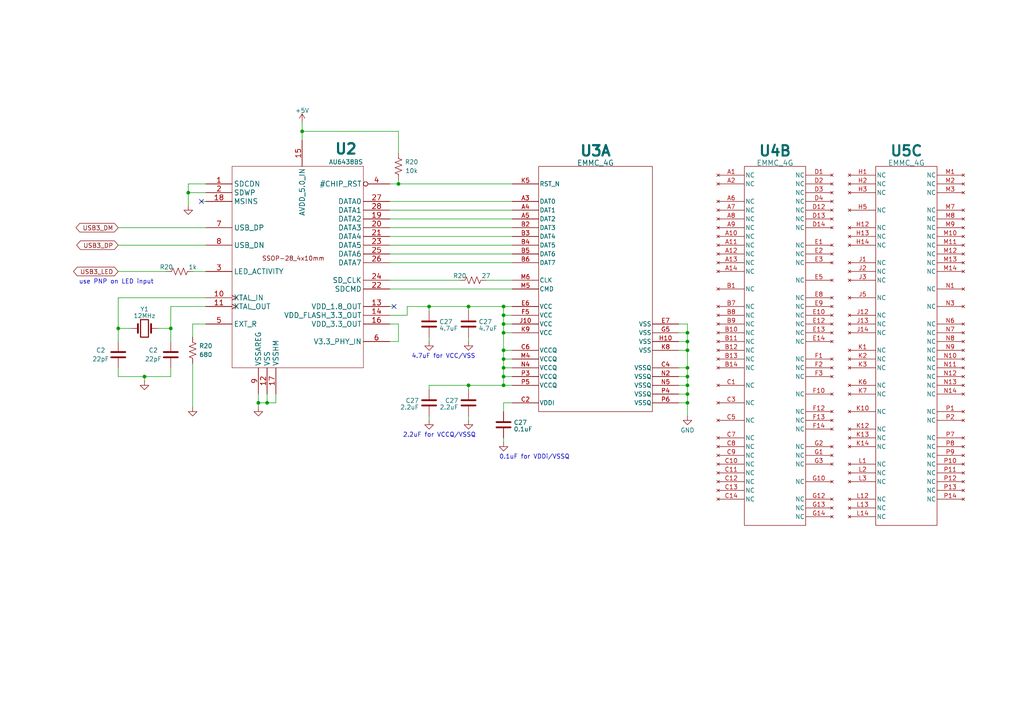
<source format=kicad_sch>
(kicad_sch (version 20230121) (generator eeschema)
  (paper "A4")
  (lib_symbols
    (symbol "Device:C" (pin_numbers hide) (pin_names (offset 0.254))
      (property "Reference" "C" (at 0.635 2.54 0))
      (property "Value" "C" (at 0.635 -2.54 0))
      (symbol "C_0_1"
        (polyline (pts (xy -2.032 -0.762) (xy 2.032 -0.762)) (stroke (width 0.508)))
        (polyline (pts (xy -2.032 0.762) (xy 2.032 0.762)) (stroke (width 0.508)))
      )
      (symbol "C_1_1"
        (pin passive line (at 0 3.81 270) (length 2.794) (name "~") (number "1"))
        (pin passive line (at 0 -3.81 90) (length 2.794) (name "~") (number "2"))
      )
    )
    (symbol "Device:Crystal" (pin_numbers hide) (pin_names (offset 1.016) hide)
      (property "Reference" "Y" (at 0 3.81 0))
      (property "Value" "Crystal" (at 0 -3.81 0))
      (symbol "Crystal_0_1"
        (rectangle (start -1.143 2.54) (end 1.143 -2.54) (stroke (width 0.3048)))
        (polyline (pts (xy -2.54 0) (xy -1.905 0)))
        (polyline (pts (xy -1.905 -1.27) (xy -1.905 1.27)) (stroke (width 0.508)))
        (polyline (pts (xy 1.905 -1.27) (xy 1.905 1.27)) (stroke (width 0.508)))
        (polyline (pts (xy 2.54 0) (xy 1.905 0)))
      )
      (symbol "Crystal_1_1"
        (pin passive line (at -3.81 0 0) (length 1.27) (name "1") (number "1"))
        (pin passive line (at 3.81 0 180) (length 1.27) (name "2") (number "2"))
      )
    )
    (symbol "Device:R_US" (pin_numbers hide) (pin_names (offset 0))
      (property "Reference" "R" (at 2.54 0 90))
      (property "Value" "R_US" (at -2.54 0 90))
      (symbol "R_US_0_1"
        (polyline (pts (xy 0 -2.286) (xy 0 -2.54)))
        (polyline (pts (xy 0 2.286) (xy 0 2.54)))
        (polyline (pts (xy 0 -0.762) (xy 1.016 -1.143) (xy 0 -1.524) (xy -1.016 -1.905) (xy 0 -2.286)))
        (polyline (pts (xy 0 0.762) (xy 1.016 0.381) (xy 0 0) (xy -1.016 -0.381) (xy 0 -0.762)))
        (polyline (pts (xy 0 2.286) (xy 1.016 1.905) (xy 0 1.524) (xy -1.016 1.143) (xy 0 0.762)))
      )
      (symbol "R_US_1_1"
        (pin passive line (at 0 3.81 270) (length 1.27) (name "~") (number "1"))
        (pin passive line (at 0 -3.81 90) (length 1.27) (name "~") (number "2"))
      )
    )
    (symbol "html_accel_Symbols:AU6438BS"
      (property "Reference" "U" (at 33.02 5.08 0))
      (property "Value" "AU6438BS" (at 33.02 1.27 0))
      (symbol "AU6438BS_0_1"
        (text "SSOP-28_4x10mm" (at 17.78 -26.67 0) (effects (font (size 1.27 1.27))))
      )
      (symbol "AU6438BS_1_1"
        (polyline (pts (xy 0 -58.42) (xy 38.1 -58.42)) (stroke (width 0.127)))
        (polyline (pts (xy 0 0) (xy 0 -58.42)) (stroke (width 0.127)))
        (polyline (pts (xy 38.1 -58.42) (xy 38.1 0)) (stroke (width 0.127)))
        (polyline (pts (xy 38.1 0) (xy 0 0)) (stroke (width 0.127)))
        (pin bidirectional line (at -7.62 -5.08 0) (length 7.62) (name "SDCDN") (number "1"))
        (pin input clock (at -7.62 -38.1 0) (length 7.62) (name "XTAL_IN") (number "10"))
        (pin input clock (at -7.62 -40.64 0) (length 7.62) (name "XTAL_OUT") (number "11"))
        (pin power_in line (at 10.16 -66.04 90) (length 7.62) (name "VSS") (number "12"))
        (pin power_out line (at 45.72 -40.64 180) (length 7.62) (name "VDD_1.8_OUT") (number "13"))
        (pin power_out line (at 45.72 -43.18 180) (length 7.62) (name "VDD_FLASH_3.3_OUT") (number "14"))
        (pin power_in line (at 20.32 7.62 270) (length 7.62) (name "AVDD_5.0_IN") (number "15"))
        (pin power_out line (at 45.72 -45.72 180) (length 7.62) (name "VDD_3.3_OUT") (number "16"))
        (pin power_in line (at 12.7 -66.04 90) (length 7.62) (name "VSSHM") (number "17"))
        (pin bidirectional line (at -7.62 -10.16 0) (length 7.62) (name "MSINS") (number "18"))
        (pin bidirectional line (at 45.72 -15.24 180) (length 7.62) (name "DATA2") (number "19"))
        (pin bidirectional line (at -7.62 -7.62 0) (length 7.62) (name "SDWP") (number "2"))
        (pin bidirectional line (at 45.72 -17.78 180) (length 7.62) (name "DATA3") (number "20"))
        (pin bidirectional line (at 45.72 -20.32 180) (length 7.62) (name "DATA4") (number "21"))
        (pin bidirectional line (at 45.72 -35.56 180) (length 7.62) (name "SDCMD") (number "22"))
        (pin bidirectional line (at 45.72 -22.86 180) (length 7.62) (name "DATA5") (number "23"))
        (pin bidirectional line (at 45.72 -33.02 180) (length 7.62) (name "SD_CLK") (number "24"))
        (pin bidirectional line (at 45.72 -25.4 180) (length 7.62) (name "DATA6") (number "25"))
        (pin bidirectional line (at 45.72 -27.94 180) (length 7.62) (name "DATA7") (number "26"))
        (pin bidirectional line (at 45.72 -10.16 180) (length 7.62) (name "DATA0") (number "27"))
        (pin bidirectional line (at 45.72 -12.7 180) (length 7.62) (name "DATA1") (number "28"))
        (pin output line (at -7.62 -30.48 0) (length 7.62) (name "LED_ACTIVITY") (number "3"))
        (pin input inverted (at 45.72 -5.08 180) (length 7.62) (name "#CHIP_RST") (number "4"))
        (pin input line (at -7.62 -45.72 0) (length 7.62) (name "EXT_R") (number "5"))
        (pin power_in line (at 45.72 -50.8 180) (length 7.62) (name "V3.3_PHY_IN") (number "6"))
        (pin bidirectional line (at -7.62 -17.78 0) (length 7.62) (name "USB_DP") (number "7"))
        (pin bidirectional line (at -7.62 -22.86 0) (length 7.62) (name "USB_DN") (number "8"))
        (pin power_in line (at 7.62 -66.04 90) (length 7.62) (name "VSSAREG") (number "9"))
      )
    )
    (symbol "html_accel_Symbols:EMMC_4G" (pin_names (offset 0.254))
      (property "Reference" "U" (at 15.24 12.7 0))
      (property "Value" "EMMC_4G" (at 17.78 7.62 0))
      (symbol "EMMC_4G_1_1"
        (rectangle (start 7.62 5.08) (end 40.64 -66.04))
        (pin bidirectional line (at 0 -5.08 0) (length 7.62) (name "DAT0") (number "A3"))
        (pin bidirectional line (at 0 -7.62 0) (length 7.62) (name "DAT1") (number "A4"))
        (pin bidirectional line (at 0 -10.16 0) (length 7.62) (name "DAT2") (number "A5"))
        (pin bidirectional line (at 0 -12.7 0) (length 7.62) (name "DAT3") (number "B2"))
        (pin bidirectional line (at 0 -15.24 0) (length 7.62) (name "DAT4") (number "B3"))
        (pin bidirectional line (at 0 -17.78 0) (length 7.62) (name "DAT5") (number "B4"))
        (pin bidirectional line (at 0 -20.32 0) (length 7.62) (name "DAT6") (number "B5"))
        (pin bidirectional line (at 0 -22.86 0) (length 7.62) (name "DAT7") (number "B6"))
        (pin power_out line (at 0 -63.5 0) (length 7.62) (name "VDDI") (number "C2"))
        (pin power_in line (at 48.26 -53.34 180) (length 7.62) (name "VSSQ") (number "C4"))
        (pin power_in line (at 0 -48.26 0) (length 7.62) (name "VCCQ") (number "C6"))
        (pin power_in line (at 0 -35.56 0) (length 7.62) (name "VCC") (number "E6"))
        (pin power_in line (at 48.26 -40.64 180) (length 7.62) (name "VSS") (number "E7"))
        (pin power_in line (at 0 -38.1 0) (length 7.62) (name "VCC") (number "F5"))
        (pin power_in line (at 48.26 -43.18 180) (length 7.62) (name "VSS") (number "G5"))
        (pin power_in line (at 48.26 -45.72 180) (length 7.62) (name "VSS") (number "H10"))
        (pin power_in line (at 0 -40.64 0) (length 7.62) (name "VCC") (number "J10"))
        (pin bidirectional line (at 0 0 0) (length 7.62) (name "RST_N") (number "K5"))
        (pin power_in line (at 48.26 -48.26 180) (length 7.62) (name "VSS") (number "K8"))
        (pin power_in line (at 0 -43.18 0) (length 7.62) (name "VCC") (number "K9"))
        (pin power_in line (at 0 -50.8 0) (length 7.62) (name "VCCQ") (number "M4"))
        (pin bidirectional line (at 0 -30.48 0) (length 7.62) (name "CMD") (number "M5"))
        (pin input line (at 0 -27.94 0) (length 7.62) (name "CLK") (number "M6"))
        (pin power_in line (at 48.26 -55.88 180) (length 7.62) (name "VSSQ") (number "N2"))
        (pin power_in line (at 0 -53.34 0) (length 7.62) (name "VCCQ") (number "N4"))
        (pin power_in line (at 48.26 -58.42 180) (length 7.62) (name "VSSQ") (number "N5"))
        (pin power_in line (at 0 -55.88 0) (length 7.62) (name "VCCQ") (number "P3"))
        (pin power_in line (at 48.26 -60.96 180) (length 7.62) (name "VSSQ") (number "P4"))
        (pin power_in line (at 0 -58.42 0) (length 7.62) (name "VCCQ") (number "P5"))
        (pin power_in line (at 48.26 -63.5 180) (length 7.62) (name "VSSQ") (number "P6"))
      )
      (symbol "EMMC_4G_2_1"
        (rectangle (start 7.62 5.08) (end 25.4 -99.06))
        (pin no_connect line (at 0 2.54 0) (length 7.62) (name "NC") (number "A1"))
        (pin no_connect line (at 0 -15.24 0) (length 7.62) (name "NC") (number "A10"))
        (pin no_connect line (at 0 -17.78 0) (length 7.62) (name "NC") (number "A11"))
        (pin no_connect line (at 0 -20.32 0) (length 7.62) (name "NC") (number "A12"))
        (pin no_connect line (at 0 -22.86 0) (length 7.62) (name "NC") (number "A13"))
        (pin no_connect line (at 0 -25.4 0) (length 7.62) (name "NC") (number "A14"))
        (pin no_connect line (at 0 0 0) (length 7.62) (name "NC") (number "A2"))
        (pin no_connect line (at 0 -5.08 0) (length 7.62) (name "NC") (number "A6"))
        (pin no_connect line (at 0 -7.62 0) (length 7.62) (name "NC") (number "A7"))
        (pin no_connect line (at 0 -10.16 0) (length 7.62) (name "NC") (number "A8"))
        (pin no_connect line (at 0 -12.7 0) (length 7.62) (name "NC") (number "A9"))
        (pin no_connect line (at 0 -30.48 0) (length 7.62) (name "NC") (number "B1"))
        (pin no_connect line (at 0 -43.18 0) (length 7.62) (name "NC") (number "B10"))
        (pin no_connect line (at 0 -45.72 0) (length 7.62) (name "NC") (number "B11"))
        (pin no_connect line (at 0 -48.26 0) (length 7.62) (name "NC") (number "B12"))
        (pin no_connect line (at 0 -50.8 0) (length 7.62) (name "NC") (number "B13"))
        (pin no_connect line (at 0 -53.34 0) (length 7.62) (name "NC") (number "B14"))
        (pin no_connect line (at 0 -35.56 0) (length 7.62) (name "NC") (number "B7"))
        (pin no_connect line (at 0 -38.1 0) (length 7.62) (name "NC") (number "B8"))
        (pin no_connect line (at 0 -40.64 0) (length 7.62) (name "NC") (number "B9"))
        (pin no_connect line (at 0 -58.42 0) (length 7.62) (name "NC") (number "C1"))
        (pin no_connect line (at 0 -81.28 0) (length 7.62) (name "NC") (number "C10"))
        (pin no_connect line (at 0 -83.82 0) (length 7.62) (name "NC") (number "C11"))
        (pin no_connect line (at 0 -86.36 0) (length 7.62) (name "NC") (number "C12"))
        (pin no_connect line (at 0 -88.9 0) (length 7.62) (name "NC") (number "C13"))
        (pin no_connect line (at 0 -91.44 0) (length 7.62) (name "NC") (number "C14"))
        (pin no_connect line (at 0 -63.5 0) (length 7.62) (name "NC") (number "C3"))
        (pin no_connect line (at 0 -68.58 0) (length 7.62) (name "NC") (number "C5"))
        (pin no_connect line (at 0 -73.66 0) (length 7.62) (name "NC") (number "C7"))
        (pin no_connect line (at 0 -76.2 0) (length 7.62) (name "NC") (number "C8"))
        (pin no_connect line (at 0 -78.74 0) (length 7.62) (name "NC") (number "C9"))
        (pin no_connect line (at 33.02 2.54 180) (length 7.62) (name "NC") (number "D1"))
        (pin no_connect line (at 33.02 -7.62 180) (length 7.62) (name "NC") (number "D12"))
        (pin no_connect line (at 33.02 -10.16 180) (length 7.62) (name "NC") (number "D13"))
        (pin no_connect line (at 33.02 -12.7 180) (length 7.62) (name "NC") (number "D14"))
        (pin no_connect line (at 33.02 0 180) (length 7.62) (name "NC") (number "D2"))
        (pin no_connect line (at 33.02 -2.54 180) (length 7.62) (name "NC") (number "D3"))
        (pin no_connect line (at 33.02 -5.08 180) (length 7.62) (name "NC") (number "D4"))
        (pin no_connect line (at 33.02 -17.78 180) (length 7.62) (name "NC") (number "E1"))
        (pin no_connect line (at 33.02 -38.1 180) (length 7.62) (name "NC") (number "E10"))
        (pin no_connect line (at 33.02 -40.64 180) (length 7.62) (name "NC") (number "E12"))
        (pin no_connect line (at 33.02 -43.18 180) (length 7.62) (name "NC") (number "E13"))
        (pin no_connect line (at 33.02 -45.72 180) (length 7.62) (name "NC") (number "E14"))
        (pin no_connect line (at 33.02 -20.32 180) (length 7.62) (name "NC") (number "E2"))
        (pin no_connect line (at 33.02 -22.86 180) (length 7.62) (name "NC") (number "E3"))
        (pin no_connect line (at 33.02 -27.94 180) (length 7.62) (name "NC") (number "E5"))
        (pin no_connect line (at 33.02 -33.02 180) (length 7.62) (name "NC") (number "E8"))
        (pin no_connect line (at 33.02 -35.56 180) (length 7.62) (name "NC") (number "E9"))
        (pin no_connect line (at 33.02 -50.8 180) (length 7.62) (name "NC") (number "F1"))
        (pin no_connect line (at 33.02 -60.96 180) (length 7.62) (name "NC") (number "F10"))
        (pin no_connect line (at 33.02 -66.04 180) (length 7.62) (name "NC") (number "F12"))
        (pin no_connect line (at 33.02 -68.58 180) (length 7.62) (name "NC") (number "F13"))
        (pin no_connect line (at 33.02 -71.12 180) (length 7.62) (name "NC") (number "F14"))
        (pin no_connect line (at 33.02 -53.34 180) (length 7.62) (name "NC") (number "F2"))
        (pin no_connect line (at 33.02 -55.88 180) (length 7.62) (name "NC") (number "F3"))
        (pin no_connect line (at 33.02 -78.74 180) (length 7.62) (name "NC") (number "G1"))
        (pin no_connect line (at 33.02 -86.36 180) (length 7.62) (name "NC") (number "G10"))
        (pin no_connect line (at 33.02 -91.44 180) (length 7.62) (name "NC") (number "G12"))
        (pin no_connect line (at 33.02 -93.98 180) (length 7.62) (name "NC") (number "G13"))
        (pin no_connect line (at 33.02 -96.52 180) (length 7.62) (name "NC") (number "G14"))
        (pin no_connect line (at 33.02 -76.2 180) (length 7.62) (name "NC") (number "G2"))
        (pin no_connect line (at 33.02 -81.28 180) (length 7.62) (name "NC") (number "G3"))
      )
      (symbol "EMMC_4G_3_1"
        (rectangle (start 7.62 5.08) (end 25.4 -99.06))
        (pin no_connect line (at 0 2.54 0) (length 7.62) (name "NC") (number "H1"))
        (pin no_connect line (at 0 -12.7 0) (length 7.62) (name "NC") (number "H12"))
        (pin no_connect line (at 0 -15.24 0) (length 7.62) (name "NC") (number "H13"))
        (pin no_connect line (at 0 -17.78 0) (length 7.62) (name "NC") (number "H14"))
        (pin no_connect line (at 0 0 0) (length 7.62) (name "NC") (number "H2"))
        (pin no_connect line (at 0 -2.54 0) (length 7.62) (name "NC") (number "H3"))
        (pin no_connect line (at 0 -7.62 0) (length 7.62) (name "NC") (number "H5"))
        (pin no_connect line (at 0 -22.86 0) (length 7.62) (name "NC") (number "J1"))
        (pin no_connect line (at 0 -38.1 0) (length 7.62) (name "NC") (number "J12"))
        (pin no_connect line (at 0 -40.64 0) (length 7.62) (name "NC") (number "J13"))
        (pin no_connect line (at 0 -43.18 0) (length 7.62) (name "NC") (number "J14"))
        (pin no_connect line (at 0 -25.4 0) (length 7.62) (name "NC") (number "J2"))
        (pin no_connect line (at 0 -27.94 0) (length 7.62) (name "NC") (number "J3"))
        (pin no_connect line (at 0 -33.02 0) (length 7.62) (name "NC") (number "J5"))
        (pin no_connect line (at 0 -48.26 0) (length 7.62) (name "NC") (number "K1"))
        (pin no_connect line (at 0 -66.04 0) (length 7.62) (name "NC") (number "K10"))
        (pin no_connect line (at 0 -71.12 0) (length 7.62) (name "NC") (number "K12"))
        (pin no_connect line (at 0 -73.66 0) (length 7.62) (name "NC") (number "K13"))
        (pin no_connect line (at 0 -76.2 0) (length 7.62) (name "NC") (number "K14"))
        (pin no_connect line (at 0 -50.8 0) (length 7.62) (name "NC") (number "K2"))
        (pin no_connect line (at 0 -53.34 0) (length 7.62) (name "NC") (number "K3"))
        (pin no_connect line (at 0 -58.42 0) (length 7.62) (name "NC") (number "K6"))
        (pin no_connect line (at 0 -60.96 0) (length 7.62) (name "NC") (number "K7"))
        (pin no_connect line (at 0 -81.28 0) (length 7.62) (name "NC") (number "L1"))
        (pin no_connect line (at 0 -91.44 0) (length 7.62) (name "NC") (number "L12"))
        (pin no_connect line (at 0 -93.98 0) (length 7.62) (name "NC") (number "L13"))
        (pin no_connect line (at 0 -96.52 0) (length 7.62) (name "NC") (number "L14"))
        (pin no_connect line (at 0 -83.82 0) (length 7.62) (name "NC") (number "L2"))
        (pin no_connect line (at 0 -86.36 0) (length 7.62) (name "NC") (number "L3"))
        (pin no_connect line (at 33.02 2.54 180) (length 7.62) (name "NC") (number "M1"))
        (pin no_connect line (at 33.02 -15.24 180) (length 7.62) (name "NC") (number "M10"))
        (pin no_connect line (at 33.02 -17.78 180) (length 7.62) (name "NC") (number "M11"))
        (pin no_connect line (at 33.02 -20.32 180) (length 7.62) (name "NC") (number "M12"))
        (pin no_connect line (at 33.02 -22.86 180) (length 7.62) (name "NC") (number "M13"))
        (pin no_connect line (at 33.02 -25.4 180) (length 7.62) (name "NC") (number "M14"))
        (pin no_connect line (at 33.02 0 180) (length 7.62) (name "NC") (number "M2"))
        (pin no_connect line (at 33.02 -2.54 180) (length 7.62) (name "NC") (number "M3"))
        (pin no_connect line (at 33.02 -7.62 180) (length 7.62) (name "NC") (number "M7"))
        (pin no_connect line (at 33.02 -10.16 180) (length 7.62) (name "NC") (number "M8"))
        (pin no_connect line (at 33.02 -12.7 180) (length 7.62) (name "NC") (number "M9"))
        (pin no_connect line (at 33.02 -30.48 180) (length 7.62) (name "NC") (number "N1"))
        (pin no_connect line (at 33.02 -50.8 180) (length 7.62) (name "NC") (number "N10"))
        (pin no_connect line (at 33.02 -53.34 180) (length 7.62) (name "NC") (number "N11"))
        (pin no_connect line (at 33.02 -55.88 180) (length 7.62) (name "NC") (number "N12"))
        (pin no_connect line (at 33.02 -58.42 180) (length 7.62) (name "NC") (number "N13"))
        (pin no_connect line (at 33.02 -60.96 180) (length 7.62) (name "NC") (number "N14"))
        (pin no_connect line (at 33.02 -35.56 180) (length 7.62) (name "NC") (number "N3"))
        (pin no_connect line (at 33.02 -40.64 180) (length 7.62) (name "NC") (number "N6"))
        (pin no_connect line (at 33.02 -43.18 180) (length 7.62) (name "NC") (number "N7"))
        (pin no_connect line (at 33.02 -45.72 180) (length 7.62) (name "NC") (number "N8"))
        (pin no_connect line (at 33.02 -48.26 180) (length 7.62) (name "NC") (number "N9"))
        (pin no_connect line (at 33.02 -66.04 180) (length 7.62) (name "NC") (number "P1"))
        (pin no_connect line (at 33.02 -81.28 180) (length 7.62) (name "NC") (number "P10"))
        (pin no_connect line (at 33.02 -83.82 180) (length 7.62) (name "NC") (number "P11"))
        (pin no_connect line (at 33.02 -86.36 180) (length 7.62) (name "NC") (number "P12"))
        (pin no_connect line (at 33.02 -88.9 180) (length 7.62) (name "NC") (number "P13"))
        (pin no_connect line (at 33.02 -91.44 180) (length 7.62) (name "NC") (number "P14"))
        (pin no_connect line (at 33.02 -68.58 180) (length 7.62) (name "NC") (number "P2"))
        (pin no_connect line (at 33.02 -73.66 180) (length 7.62) (name "NC") (number "P7"))
        (pin no_connect line (at 33.02 -76.2 180) (length 7.62) (name "NC") (number "P8"))
        (pin no_connect line (at 33.02 -78.74 180) (length 7.62) (name "NC") (number "P9"))
      )
    )
    (symbol "power:+5V" (power) (pin_names (offset 0))
      (property "Value" "+5V" (at 0 3.556 0))
      (symbol "+5V_0_1"
        (polyline (pts (xy -0.762 1.27) (xy 0 2.54)))
        (polyline (pts (xy 0 0) (xy 0 2.54)))
        (polyline (pts (xy 0 2.54) (xy 0.762 1.27)))
      )
      (symbol "+5V_1_1"
        (pin power_in line (at 0 0 90) (length 0) hide (name "+5V") (number "1"))
      )
    )
    (symbol "power:GND" (power) (pin_names (offset 0))
      (property "Value" "GND" (at 0 -3.81 0))
      (symbol "GND_0_1"
        (polyline (pts (xy 0 0) (xy 0 -1.27) (xy 1.27 -1.27) (xy 0 -2.54) (xy -1.27 -1.27) (xy 0 -1.27)))
      )
      (symbol "GND_1_1"
        (pin power_in line (at 0 0 270) (length 0) hide (name "GND") (number "1"))
      )
    )
  )
  (junction (at 199.39 111.76))
  (junction (at 41.91 109.22))
  (junction (at 146.05 101.6))
  (junction (at 49.53 95.25))
  (junction (at 146.05 96.52))
  (junction (at 87.63 38.1))
  (junction (at 115.57 53.34))
  (junction (at 199.39 116.84))
  (junction (at 199.39 106.68))
  (junction (at 74.93 116.84))
  (junction (at 146.05 88.9))
  (junction (at 135.89 111.76))
  (junction (at 199.39 96.52))
  (junction (at 77.47 116.84))
  (junction (at 135.89 88.9))
  (junction (at 146.05 111.76))
  (junction (at 54.61 55.88))
  (junction (at 146.05 109.22))
  (junction (at 199.39 114.3))
  (junction (at 199.39 109.22))
  (junction (at 34.29 95.25))
  (junction (at 124.46 88.9))
  (junction (at 199.39 99.06))
  (junction (at 146.05 104.14))
  (junction (at 199.39 101.6))
  (junction (at 146.05 93.98))
  (junction (at 146.05 106.68))
  (junction (at 146.05 91.44))
  (no_connect (at 114.3 88.9))
  (no_connect (at 58.42 58.42))
  (wire (pts (xy 113.03 93.98) (xy 115.57 93.98)))
  (wire (pts (xy 34.29 109.22) (xy 34.29 106.68)))
  (wire (pts (xy 199.39 109.22) (xy 199.39 111.76)))
  (wire (pts (xy 113.03 53.34) (xy 115.57 53.34)))
  (wire (pts (xy 124.46 88.9) (xy 124.46 90.17)))
  (wire (pts (xy 146.05 116.84) (xy 146.05 119.38)))
  (wire (pts (xy 113.03 63.5) (xy 148.59 63.5)))
  (wire (pts (xy 146.05 101.6) (xy 148.59 101.6)))
  (wire (pts (xy 146.05 93.98) (xy 146.05 91.44)))
  (wire (pts (xy 199.39 93.98) (xy 199.39 96.52)))
  (wire (pts (xy 196.85 96.52) (xy 199.39 96.52)))
  (wire (pts (xy 135.89 111.76) (xy 135.89 113.03)))
  (wire (pts (xy 196.85 111.76) (xy 199.39 111.76)))
  (wire (pts (xy 80.01 116.84) (xy 77.47 116.84)))
  (wire (pts (xy 59.69 71.12) (xy 34.29 71.12)))
  (wire (pts (xy 146.05 91.44) (xy 148.59 91.44)))
  (wire (pts (xy 196.85 116.84) (xy 199.39 116.84)))
  (wire (pts (xy 196.85 93.98) (xy 199.39 93.98)))
  (wire (pts (xy 115.57 99.06) (xy 113.03 99.06)))
  (wire (pts (xy 59.69 93.98) (xy 55.88 93.98)))
  (wire (pts (xy 41.91 110.49) (xy 41.91 109.22)))
  (wire (pts (xy 115.57 44.45) (xy 115.57 38.1)))
  (wire (pts (xy 54.61 53.34) (xy 54.61 55.88)))
  (wire (pts (xy 113.03 66.04) (xy 148.59 66.04)))
  (wire (pts (xy 199.39 116.84) (xy 199.39 120.65)))
  (wire (pts (xy 146.05 101.6) (xy 146.05 96.52)))
  (wire (pts (xy 113.03 88.9) (xy 114.3 88.9)))
  (wire (pts (xy 59.69 53.34) (xy 54.61 53.34)))
  (wire (pts (xy 146.05 88.9) (xy 148.59 88.9)))
  (wire (pts (xy 146.05 104.14) (xy 146.05 101.6)))
  (wire (pts (xy 49.53 88.9) (xy 59.69 88.9)))
  (wire (pts (xy 34.29 78.74) (xy 48.26 78.74)))
  (wire (pts (xy 41.91 109.22) (xy 49.53 109.22)))
  (wire (pts (xy 135.89 99.06) (xy 135.89 97.79)))
  (wire (pts (xy 74.93 114.3) (xy 74.93 116.84)))
  (wire (pts (xy 115.57 53.34) (xy 148.59 53.34)))
  (wire (pts (xy 199.39 106.68) (xy 199.39 109.22)))
  (wire (pts (xy 55.88 93.98) (xy 55.88 97.79)))
  (wire (pts (xy 199.39 114.3) (xy 199.39 116.84)))
  (wire (pts (xy 124.46 99.06) (xy 124.46 97.79)))
  (wire (pts (xy 199.39 111.76) (xy 199.39 114.3)))
  (wire (pts (xy 148.59 116.84) (xy 146.05 116.84)))
  (wire (pts (xy 113.03 73.66) (xy 148.59 73.66)))
  (wire (pts (xy 54.61 55.88) (xy 54.61 59.69)))
  (wire (pts (xy 59.69 55.88) (xy 54.61 55.88)))
  (wire (pts (xy 148.59 111.76) (xy 146.05 111.76)))
  (wire (pts (xy 140.97 81.28) (xy 148.59 81.28)))
  (wire (pts (xy 196.85 101.6) (xy 199.39 101.6)))
  (wire (pts (xy 135.89 111.76) (xy 124.46 111.76)))
  (wire (pts (xy 146.05 106.68) (xy 146.05 104.14)))
  (wire (pts (xy 146.05 91.44) (xy 146.05 88.9)))
  (wire (pts (xy 77.47 116.84) (xy 74.93 116.84)))
  (wire (pts (xy 146.05 96.52) (xy 146.05 93.98)))
  (wire (pts (xy 55.88 78.74) (xy 59.69 78.74)))
  (wire (pts (xy 34.29 86.36) (xy 59.69 86.36)))
  (wire (pts (xy 146.05 96.52) (xy 148.59 96.52)))
  (wire (pts (xy 49.53 106.68) (xy 49.53 109.22)))
  (wire (pts (xy 113.03 76.2) (xy 148.59 76.2)))
  (wire (pts (xy 146.05 93.98) (xy 148.59 93.98)))
  (wire (pts (xy 113.03 68.58) (xy 148.59 68.58)))
  (wire (pts (xy 135.89 88.9) (xy 146.05 88.9)))
  (wire (pts (xy 146.05 111.76) (xy 146.05 109.22)))
  (wire (pts (xy 113.03 71.12) (xy 148.59 71.12)))
  (wire (pts (xy 196.85 109.22) (xy 199.39 109.22)))
  (wire (pts (xy 115.57 52.07) (xy 115.57 53.34)))
  (wire (pts (xy 199.39 96.52) (xy 199.39 99.06)))
  (wire (pts (xy 115.57 38.1) (xy 87.63 38.1)))
  (wire (pts (xy 74.93 116.84) (xy 74.93 118.11)))
  (wire (pts (xy 118.11 88.9) (xy 124.46 88.9)))
  (wire (pts (xy 113.03 58.42) (xy 148.59 58.42)))
  (wire (pts (xy 124.46 88.9) (xy 135.89 88.9)))
  (wire (pts (xy 49.53 95.25) (xy 49.53 99.06)))
  (wire (pts (xy 115.57 93.98) (xy 115.57 99.06)))
  (wire (pts (xy 124.46 111.76) (xy 124.46 113.03)))
  (wire (pts (xy 146.05 106.68) (xy 148.59 106.68)))
  (wire (pts (xy 34.29 86.36) (xy 34.29 95.25)))
  (wire (pts (xy 113.03 81.28) (xy 133.35 81.28)))
  (wire (pts (xy 113.03 91.44) (xy 118.11 91.44)))
  (wire (pts (xy 199.39 99.06) (xy 199.39 101.6)))
  (wire (pts (xy 146.05 109.22) (xy 146.05 106.68)))
  (wire (pts (xy 135.89 88.9) (xy 135.89 90.17)))
  (wire (pts (xy 77.47 114.3) (xy 77.47 116.84)))
  (wire (pts (xy 55.88 105.41) (xy 55.88 118.11)))
  (wire (pts (xy 49.53 88.9) (xy 49.53 95.25)))
  (wire (pts (xy 196.85 106.68) (xy 199.39 106.68)))
  (wire (pts (xy 87.63 35.56) (xy 87.63 38.1)))
  (wire (pts (xy 80.01 114.3) (xy 80.01 116.84)))
  (wire (pts (xy 146.05 128.27) (xy 146.05 127)))
  (wire (pts (xy 41.91 109.22) (xy 34.29 109.22)))
  (wire (pts (xy 196.85 99.06) (xy 199.39 99.06)))
  (wire (pts (xy 34.29 95.25) (xy 38.1 95.25)))
  (wire (pts (xy 59.69 66.04) (xy 34.29 66.04)))
  (wire (pts (xy 113.03 60.96) (xy 148.59 60.96)))
  (wire (pts (xy 146.05 111.76) (xy 135.89 111.76)))
  (wire (pts (xy 124.46 121.92) (xy 124.46 120.65)))
  (wire (pts (xy 135.89 121.92) (xy 135.89 120.65)))
  (wire (pts (xy 196.85 114.3) (xy 199.39 114.3)))
  (wire (pts (xy 59.69 58.42) (xy 58.42 58.42)))
  (wire (pts (xy 34.29 95.25) (xy 34.29 99.06)))
  (wire (pts (xy 113.03 83.82) (xy 148.59 83.82)))
  (wire (pts (xy 118.11 91.44) (xy 118.11 88.9)))
  (wire (pts (xy 45.72 95.25) (xy 49.53 95.25)))
  (wire (pts (xy 87.63 38.1) (xy 87.63 40.64)))
  (wire (pts (xy 146.05 109.22) (xy 148.59 109.22)))
  (wire (pts (xy 199.39 101.6) (xy 199.39 106.68)))
  (wire (pts (xy 146.05 104.14) (xy 148.59 104.14)))
  (text "4.7uF for VCC/VSS" (at 119.38 104.14 0) (effects (font (size 1.27 1.27)) (justify left bottom)))
  (text "0.1uF for VDDi/VSSQ" (at 144.78 133.35 0) (effects (font (size 1.27 1.27)) (justify left bottom)))
  (text "use PNP on LED input" (at 22.86 82.55 0) (effects (font (size 1.27 1.27)) (justify left bottom)))
  (text "2.2uF for VCCQ/VSSQ" (at 116.84 127 0) (effects (font (size 1.27 1.27)) (justify left bottom)))
  (global_label "USB3_DM" (shape bidirectional) (at 34.29 66.04 180) (property "Intersheetrefs" "${INTERSHEET_REFS}" (at 21.5644 66.04 0) (effects (justify right))))
  (global_label "USB3_DP" (shape bidirectional) (at 34.29 71.12 180) (property "Intersheetrefs" "${INTERSHEET_REFS}" (at 21.7458 71.12 0) (effects (justify right))))
  (global_label "USB3_LED" (shape bidirectional) (at 34.29 78.74 180) (property "Intersheetrefs" "${INTERSHEET_REFS}" (at 20.8387 78.74 0) (effects (justify right))))
  (symbol (lib_id "power:+5V") (at 87.63 35.56 0) (unit 1)
    (property "Reference" "#PWR015" (effects hide))
    (property "Value" "+5V" (at 87.63 32.0581 0))
    (instances (project "html_accelerator" (path "" (reference "#PWR015") (unit 1)) (path "" (reference "#PWR019") (unit 1)) (path "" (reference "#PWR041") (unit 1))))
  )
  (symbol (lib_id "power:GND") (at 135.89 99.06 0) (unit 1)
    (property "Reference" "#PWR044" (effects hide))
    (property "Value" "GND" (effects hide))
    (instances (project "html_accelerator" (path "" (reference "#PWR044") (unit 1)) (path "" (reference "#PWR074") (unit 1)) (path "" (reference "#PWR084") (unit 1)) (path "" (reference "#PWR095") (unit 1)) (path "" (reference "#PWR0102") (unit 1))))
  )
  (symbol (lib_id "Device:C") (at 49.53 102.87 0) (mirror y) (unit 1)
    (property "Reference" "C2" (at 44.45 101.6 0))
    (property "Value" "22pF" (at 44.45 104.14 0))
    (property "Footprint" "Capacitor_SMD:C_0805_2012Metric_Pad1.18x1.45mm_HandSolder" (effects hide))
    (instances (project "html_accelerator" (path "" (reference "C2") (unit 1)) (path "" (reference "C34") (unit 1)) (path "" (reference "C37") (unit 1)) (path "" (reference "C46") (unit 1)) (path "" (reference "C53") (unit 1)) (path "" (reference "C62") (unit 1))))
  )
  (symbol (lib_id "Device:R_US") (at 55.88 101.6 0) (unit 1)
    (property "Reference" "R20" (at 59.69 100.33 0))
    (property "Value" "680" (at 59.69 102.87 0))
    (property "Footprint" "Resistor_SMD:R_0805_2012Metric_Pad1.20x1.40mm_HandSolder" (effects hide))
    (instances (project "html_accelerator" (path "" (reference "R20") (unit 1)) (path "" (reference "R3") (unit 1)) (path "" (reference "R12") (unit 1)) (path "" (reference "R31") (unit 1)) (path "" (reference "R42") (unit 1)) (path "" (reference "R45") (unit 1)) (path "" (reference "R49") (unit 1)) (path "" (reference "R57") (unit 1))))
  )
  (symbol (lib_id "power:GND") (at 146.05 128.27 0) (unit 1)
    (property "Reference" "#PWR044" (effects hide))
    (property "Value" "GND" (effects hide))
    (instances (project "html_accelerator" (path "" (reference "#PWR044") (unit 1)) (path "" (reference "#PWR072") (unit 1)) (path "" (reference "#PWR086") (unit 1)) (path "" (reference "#PWR097") (unit 1)) (path "" (reference "#PWR0109") (unit 1))))
  )
  (symbol (lib_id "power:GND") (at 199.39 120.65 0) (unit 1)
    (property "Reference" "#PWR012" (effects hide))
    (property "Value" "GND" (at 199.39 124.7855 0))
    (instances (project "html_accelerator" (path "" (reference "#PWR012") (unit 1)) (path "" (reference "#PWR056") (unit 1)) (path "" (reference "#PWR071") (unit 1)) (path "" (reference "#PWR087") (unit 1)) (path "" (reference "#PWR098") (unit 1)) (path "" (reference "#PWR0106") (unit 1))))
  )
  (symbol (lib_id "Device:C") (at 146.05 123.19 0) (unit 1)
    (property "Reference" "C27" (at 148.971 122.5463 0) (effects (justify left)))
    (property "Value" "0.1uF" (at 148.971 124.4673 0) (effects (justify left)))
    (property "Footprint" "Capacitor_SMD:C_0805_2012Metric_Pad1.18x1.45mm_HandSolder" (effects hide))
    (instances (project "html_accelerator" (path "" (reference "C27") (unit 1)) (path "" (reference "C40") (unit 1)) (path "" (reference "C51") (unit 1)) (path "" (reference "C58") (unit 1)) (path "" (reference "C65") (unit 1))))
  )
  (symbol (lib_id "power:GND") (at 74.93 118.11 0) (unit 1)
    (property "Reference" "#PWR012" (effects hide))
    (property "Value" "GND" (effects hide))
    (instances (project "html_accelerator" (path "" (reference "#PWR012") (unit 1)) (path "" (reference "#PWR056") (unit 1)) (path "" (reference "#PWR070") (unit 1)) (path "" (reference "#PWR080") (unit 1)) (path "" (reference "#PWR091") (unit 1)) (path "" (reference "#PWR0105") (unit 1))))
  )
  (symbol (lib_id "power:GND") (at 55.88 118.11 0) (unit 1)
    (property "Reference" "#PWR012" (effects hide))
    (property "Value" "GND" (effects hide))
    (instances (project "html_accelerator" (path "" (reference "#PWR012") (unit 1)) (path "" (reference "#PWR057") (unit 1)) (path "" (reference "#PWR066") (unit 1)) (path "" (reference "#PWR079") (unit 1)) (path "" (reference "#PWR090") (unit 1)) (path "" (reference "#PWR0104") (unit 1))))
  )
  (symbol (lib_id "html_accel_Symbols:EMMC_4G") (at 246.38 53.34 0) (unit 3)
    (property "Reference" "U5" (at 262.89 43.754 0) (effects (font (size 3 3) bold)))
    (property "Value" "EMMC_4G" (at 262.89 47.2581 0) (effects (font (size 1.524 1.524))))
    (property "Footprint" "html_accel_footprints:EMMC04G-M627-X03U_KNT" (effects hide))
    (property "Datasheet" "EMMC04G-MK27-C01C" (effects hide))
    (instances (project "html_accelerator" (path "" (reference "U5") (unit 3)) (path "" (reference "U3") (unit 3)) (path "" (reference "U4") (unit 3)) (path "" (reference "U11") (unit 3))))
  )
  (symbol (lib_id "html_accel_Symbols:EMMC_4G") (at 148.59 53.34 0) (unit 1)
    (property "Reference" "U3" (at 172.72 43.754 0) (effects (font (size 3 3) bold)))
    (property "Value" "EMMC_4G" (at 172.72 47.2581 0) (effects (font (size 1.524 1.524))))
    (property "Footprint" "html_accel_footprints:EMMC04G-M627-X03U_KNT" (effects hide))
    (property "Datasheet" "EMMC04G-MK27-C01C" (effects hide))
    (instances (project "html_accelerator" (path "" (reference "U3") (unit 1)) (path "" (reference "U4") (unit 1)) (path "" (reference "U5") (unit 1)) (path "" (reference "U11") (unit 1))))
  )
  (symbol (lib_id "Device:R_US") (at 115.57 48.26 0) (unit 1)
    (property "Reference" "R20" (at 119.38 46.99 0))
    (property "Value" "10k" (at 119.38 49.53 0))
    (property "Footprint" "Resistor_SMD:R_0805_2012Metric_Pad1.20x1.40mm_HandSolder" (effects hide))
    (instances (project "html_accelerator" (path "" (reference "R20") (unit 1)) (path "" (reference "R3") (unit 1)) (path "" (reference "R12") (unit 1)) (path "" (reference "R31") (unit 1)) (path "" (reference "R41") (unit 1)) (path "" (reference "R46") (unit 1)) (path "" (reference "R50") (unit 1)) (path "" (reference "R54") (unit 1))))
  )
  (symbol (lib_id "power:GND") (at 41.91 110.49 0) (unit 1)
    (property "Reference" "#PWR012" (effects hide))
    (property "Value" "GND" (effects hide))
    (instances (project "html_accelerator" (path "" (reference "#PWR012") (unit 1)) (path "" (reference "#PWR057") (unit 1)) (path "" (reference "#PWR069") (unit 1)) (path "" (reference "#PWR077") (unit 1)) (path "" (reference "#PWR088") (unit 1)) (path "" (reference "#PWR0103") (unit 1))))
  )
  (symbol (lib_id "power:GND") (at 124.46 121.92 0) (unit 1)
    (property "Reference" "#PWR044" (effects hide))
    (property "Value" "GND" (effects hide))
    (instances (project "html_accelerator" (path "" (reference "#PWR044") (unit 1)) (path "" (reference "#PWR075") (unit 1)) (path "" (reference "#PWR083") (unit 1)) (path "" (reference "#PWR094") (unit 1)) (path "" (reference "#PWR0107") (unit 1))))
  )
  (symbol (lib_id "Device:C") (at 135.89 116.84 0) (mirror y) (unit 1)
    (property "Reference" "C27" (at 132.969 116.1963 0) (effects (justify left)))
    (property "Value" "2.2uF" (at 132.969 118.1173 0) (effects (justify left)))
    (property "Footprint" "Capacitor_SMD:C_0805_2012Metric_Pad1.18x1.45mm_HandSolder" (effects hide))
    (instances (project "html_accelerator" (path "" (reference "C27") (unit 1)) (path "" (reference "C44") (unit 1)) (path "" (reference "C50") (unit 1)) (path "" (reference "C57") (unit 1)) (path "" (reference "C64") (unit 1))))
  )
  (symbol (lib_id "Device:R_US") (at 52.07 78.74 90) (unit 1)
    (property "Reference" "R20" (at 48.26 77.47 90))
    (property "Value" "1k" (at 55.88 77.47 90))
    (property "Footprint" "Resistor_SMD:R_0805_2012Metric_Pad1.20x1.40mm_HandSolder" (effects hide))
    (instances (project "html_accelerator" (path "" (reference "R20") (unit 1)) (path "" (reference "R3") (unit 1)) (path "" (reference "R43") (unit 1)) (path "" (reference "R44") (unit 1)) (path "" (reference "R48") (unit 1)) (path "" (reference "R55") (unit 1))))
  )
  (symbol (lib_id "Device:C") (at 124.46 93.98 0) (unit 1)
    (property "Reference" "C27" (at 127.381 93.3363 0) (effects (justify left)))
    (property "Value" "4.7uF" (at 127.381 95.2573 0) (effects (justify left)))
    (property "Footprint" "Capacitor_SMD:C_0805_2012Metric_Pad1.18x1.45mm_HandSolder" (effects hide))
    (instances (project "html_accelerator" (path "" (reference "C27") (unit 1)) (path "" (reference "C42") (unit 1)) (path "" (reference "C47") (unit 1)) (path "" (reference "C54") (unit 1)) (path "" (reference "C59") (unit 1))))
  )
  (symbol (lib_id "Device:Crystal") (at 41.91 95.25 0) (unit 1)
    (property "Reference" "Y1" (at 41.91 89.6747 0))
    (property "Value" "12MHz" (at 41.91 91.5957 0))
    (property "Footprint" "Crystal:Crystal_SMD_3225-4Pin_3.2x2.5mm" (effects hide))
    (instances (project "html_accelerator" (path "" (reference "Y1") (unit 1)) (path "" (reference "Y2") (unit 1)) (path "" (reference "Y3") (unit 1)) (path "" (reference "Y4") (unit 1)) (path "" (reference "Y5") (unit 1))))
  )
  (symbol (lib_id "power:GND") (at 124.46 99.06 0) (unit 1)
    (property "Reference" "#PWR044" (effects hide))
    (property "Value" "GND" (effects hide))
    (instances (project "html_accelerator" (path "" (reference "#PWR044") (unit 1)) (path "" (reference "#PWR073") (unit 1)) (path "" (reference "#PWR082") (unit 1)) (path "" (reference "#PWR093") (unit 1)) (path "" (reference "#PWR0101") (unit 1))))
  )
  (symbol (lib_id "Device:C") (at 124.46 116.84 0) (mirror y) (unit 1)
    (property "Reference" "C27" (at 121.539 116.1963 0) (effects (justify left)))
    (property "Value" "2.2uF" (at 121.539 118.1173 0) (effects (justify left)))
    (property "Footprint" "Capacitor_SMD:C_0805_2012Metric_Pad1.18x1.45mm_HandSolder" (effects hide))
    (instances (project "html_accelerator" (path "" (reference "C27") (unit 1)) (path "" (reference "C43") (unit 1)) (path "" (reference "C48") (unit 1)) (path "" (reference "C55") (unit 1)) (path "" (reference "C63") (unit 1))))
  )
  (symbol (lib_id "html_accel_Symbols:EMMC_4G") (at 208.28 53.34 0) (unit 2)
    (property "Reference" "U4" (at 224.79 43.754 0) (effects (font (size 3 3) bold)))
    (property "Value" "EMMC_4G" (at 224.79 47.2581 0) (effects (font (size 1.524 1.524))))
    (property "Footprint" "html_accel_footprints:EMMC04G-M627-X03U_KNT" (effects hide))
    (property "Datasheet" "EMMC04G-MK27-C01C" (effects hide))
    (instances (project "html_accelerator" (path "" (reference "U4") (unit 2)) (path "" (reference "U3") (unit 2)) (path "" (reference "U5") (unit 2)) (path "" (reference "U11") (unit 2))))
  )
  (symbol (lib_id "Device:R_US") (at 137.16 81.28 90) (unit 1)
    (property "Reference" "R20" (at 133.35 80.01 90))
    (property "Value" "27" (at 140.97 80.01 90))
    (property "Footprint" "Resistor_SMD:R_0805_2012Metric_Pad1.20x1.40mm_HandSolder" (effects hide))
    (instances (project "html_accelerator" (path "" (reference "R20") (unit 1)) (path "" (reference "R3") (unit 1)) (path "" (reference "R40") (unit 1)) (path "" (reference "R47") (unit 1)) (path "" (reference "R51") (unit 1)) (path "" (reference "R56") (unit 1))))
  )
  (symbol (lib_id "Device:C") (at 135.89 93.98 0) (unit 1)
    (property "Reference" "C27" (at 138.811 93.3363 0) (effects (justify left)))
    (property "Value" "4.7uF" (at 138.811 95.2573 0) (effects (justify left)))
    (property "Footprint" "Capacitor_SMD:C_0805_2012Metric_Pad1.18x1.45mm_HandSolder" (effects hide))
    (instances (project "html_accelerator" (path "" (reference "C27") (unit 1)) (path "" (reference "C41") (unit 1)) (path "" (reference "C49") (unit 1)) (path "" (reference "C56") (unit 1)) (path "" (reference "C60") (unit 1))))
  )
  (symbol (lib_id "html_accel_Symbols:AU6438BS") (at 67.31 48.26 0) (unit 1)
    (property "Reference" "U2" (at 100.33 43.18 0) (effects (font (size 3 3) bold)))
    (property "Value" "AU6438BS" (at 100.33 46.99 0))
    (property "Footprint" "Package_SO:SSOP-28_3.9x9.9mm_P0.635mm" (effects hide))
    (instances (project "html_accelerator" (path "" (reference "U2") (unit 1)) (path "" (reference "U2") (unit 1)) (path "" (reference "U6") (unit 1)) (path "" (reference "U7") (unit 1)) (path "" (reference "U10") (unit 1))))
  )
  (symbol (lib_id "power:GND") (at 135.89 121.92 0) (unit 1)
    (property "Reference" "#PWR044" (effects hide))
    (property "Value" "GND" (effects hide))
    (instances (project "html_accelerator" (path "" (reference "#PWR044") (unit 1)) (path "" (reference "#PWR076") (unit 1)) (path "" (reference "#PWR085") (unit 1)) (path "" (reference "#PWR096") (unit 1)) (path "" (reference "#PWR0108") (unit 1))))
  )
  (symbol (lib_id "Device:C") (at 34.29 102.87 0) (mirror y) (unit 1)
    (property "Reference" "C2" (at 29.21 101.6 0))
    (property "Value" "22pF" (at 29.21 104.14 0))
    (property "Footprint" "Capacitor_SMD:C_0805_2012Metric_Pad1.18x1.45mm_HandSolder" (effects hide))
    (instances (project "html_accelerator" (path "" (reference "C2") (unit 1)) (path "" (reference "C22") (unit 1)) (path "" (reference "C36") (unit 1)) (path "" (reference "C45") (unit 1)) (path "" (reference "C52") (unit 1)) (path "" (reference "C61") (unit 1))))
  )
  (symbol (lib_id "power:GND") (at 54.61 59.69 0) (unit 1)
    (property "Reference" "#PWR012" (effects hide))
    (property "Value" "GND" (effects hide))
    (instances (project "html_accelerator" (path "" (reference "#PWR012") (unit 1)) (path "" (reference "#PWR056") (unit 1)) (path "" (reference "#PWR068") (unit 1)) (path "" (reference "#PWR078") (unit 1)) (path "" (reference "#PWR089") (unit 1)) (path "" (reference "#PWR0100") (unit 1))))
  )
)
</source>
